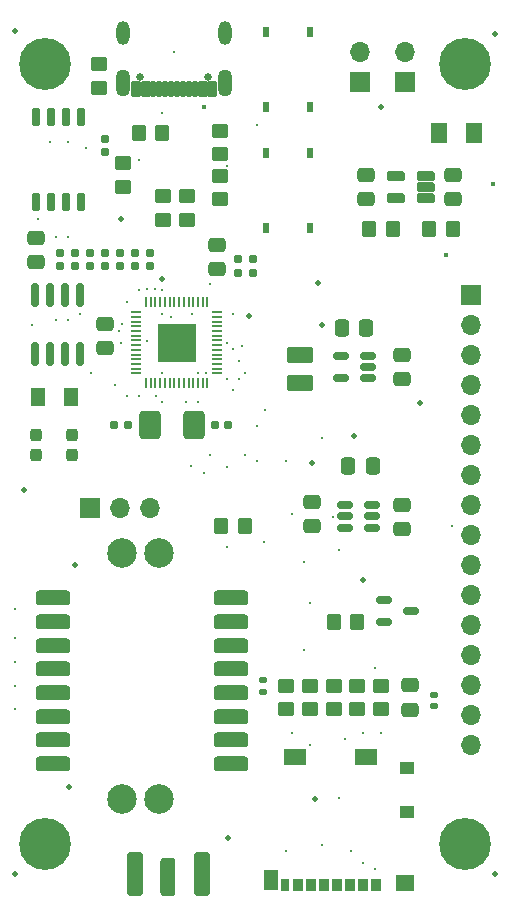
<source format=gts>
G04 #@! TF.GenerationSoftware,KiCad,Pcbnew,8.0.1*
G04 #@! TF.CreationDate,2024-06-04T12:50:10-04:00*
G04 #@! TF.ProjectId,node_v3_1,6e6f6465-5f76-4335-9f31-2e6b69636164,rev?*
G04 #@! TF.SameCoordinates,Original*
G04 #@! TF.FileFunction,Soldermask,Top*
G04 #@! TF.FilePolarity,Negative*
%FSLAX46Y46*%
G04 Gerber Fmt 4.6, Leading zero omitted, Abs format (unit mm)*
G04 Created by KiCad (PCBNEW 8.0.1) date 2024-06-04 12:50:10*
%MOMM*%
%LPD*%
G01*
G04 APERTURE LIST*
G04 Aperture macros list*
%AMRoundRect*
0 Rectangle with rounded corners*
0 $1 Rounding radius*
0 $2 $3 $4 $5 $6 $7 $8 $9 X,Y pos of 4 corners*
0 Add a 4 corners polygon primitive as box body*
4,1,4,$2,$3,$4,$5,$6,$7,$8,$9,$2,$3,0*
0 Add four circle primitives for the rounded corners*
1,1,$1+$1,$2,$3*
1,1,$1+$1,$4,$5*
1,1,$1+$1,$6,$7*
1,1,$1+$1,$8,$9*
0 Add four rect primitives between the rounded corners*
20,1,$1+$1,$2,$3,$4,$5,0*
20,1,$1+$1,$4,$5,$6,$7,0*
20,1,$1+$1,$6,$7,$8,$9,0*
20,1,$1+$1,$8,$9,$2,$3,0*%
G04 Aperture macros list end*
%ADD10C,4.400000*%
%ADD11RoundRect,0.250000X-0.450000X0.350000X-0.450000X-0.350000X0.450000X-0.350000X0.450000X0.350000X0*%
%ADD12RoundRect,0.270000X-0.630000X-0.930000X0.630000X-0.930000X0.630000X0.930000X-0.630000X0.930000X0*%
%ADD13RoundRect,0.102000X0.635000X0.279400X-0.635000X0.279400X-0.635000X-0.279400X0.635000X-0.279400X0*%
%ADD14R,1.700000X1.700000*%
%ADD15O,1.700000X1.700000*%
%ADD16RoundRect,0.250000X0.350000X0.450000X-0.350000X0.450000X-0.350000X-0.450000X0.350000X-0.450000X0*%
%ADD17RoundRect,0.140000X-0.170000X0.140000X-0.170000X-0.140000X0.170000X-0.140000X0.170000X0.140000X0*%
%ADD18RoundRect,0.250000X0.475000X-0.337500X0.475000X0.337500X-0.475000X0.337500X-0.475000X-0.337500X0*%
%ADD19RoundRect,0.150000X0.512500X0.150000X-0.512500X0.150000X-0.512500X-0.150000X0.512500X-0.150000X0*%
%ADD20RoundRect,0.155000X0.155000X-0.212500X0.155000X0.212500X-0.155000X0.212500X-0.155000X-0.212500X0*%
%ADD21RoundRect,0.050000X-0.387500X-0.050000X0.387500X-0.050000X0.387500X0.050000X-0.387500X0.050000X0*%
%ADD22RoundRect,0.050000X-0.050000X-0.387500X0.050000X-0.387500X0.050000X0.387500X-0.050000X0.387500X0*%
%ADD23R,3.200000X3.200000*%
%ADD24RoundRect,0.250000X-0.475000X0.337500X-0.475000X-0.337500X0.475000X-0.337500X0.475000X0.337500X0*%
%ADD25RoundRect,0.150000X0.150000X-0.825000X0.150000X0.825000X-0.150000X0.825000X-0.150000X-0.825000X0*%
%ADD26RoundRect,0.150000X-0.512500X-0.150000X0.512500X-0.150000X0.512500X0.150000X-0.512500X0.150000X0*%
%ADD27RoundRect,0.250000X-0.385000X-1.350000X0.385000X-1.350000X0.385000X1.350000X-0.385000X1.350000X0*%
%ADD28RoundRect,0.250000X-0.425000X-1.600000X0.425000X-1.600000X0.425000X1.600000X-0.425000X1.600000X0*%
%ADD29R,0.558800X0.952500*%
%ADD30RoundRect,0.250000X-0.350000X-0.450000X0.350000X-0.450000X0.350000X0.450000X-0.350000X0.450000X0*%
%ADD31RoundRect,0.237500X-0.237500X0.300000X-0.237500X-0.300000X0.237500X-0.300000X0.237500X0.300000X0*%
%ADD32RoundRect,0.250001X0.462499X0.624999X-0.462499X0.624999X-0.462499X-0.624999X0.462499X-0.624999X0*%
%ADD33R,0.850000X1.100000*%
%ADD34R,0.750000X1.100000*%
%ADD35R,1.200000X1.000000*%
%ADD36R,1.550000X1.350000*%
%ADD37R,1.900000X1.350000*%
%ADD38R,1.170000X1.800000*%
%ADD39RoundRect,0.317500X-1.157500X-0.317500X1.157500X-0.317500X1.157500X0.317500X-1.157500X0.317500X0*%
%ADD40RoundRect,0.250000X0.337500X0.475000X-0.337500X0.475000X-0.337500X-0.475000X0.337500X-0.475000X0*%
%ADD41C,0.650000*%
%ADD42RoundRect,0.102000X0.300000X0.570000X-0.300000X0.570000X-0.300000X-0.570000X0.300000X-0.570000X0*%
%ADD43RoundRect,0.102000X0.150000X0.570000X-0.150000X0.570000X-0.150000X-0.570000X0.150000X-0.570000X0*%
%ADD44O,1.254000X2.304000*%
%ADD45O,1.104000X2.004000*%
%ADD46RoundRect,0.250001X0.849999X-0.462499X0.849999X0.462499X-0.849999X0.462499X-0.849999X-0.462499X0*%
%ADD47RoundRect,0.150000X0.150000X-0.650000X0.150000X0.650000X-0.150000X0.650000X-0.150000X-0.650000X0*%
%ADD48RoundRect,0.250000X-0.337500X-0.475000X0.337500X-0.475000X0.337500X0.475000X-0.337500X0.475000X0*%
%ADD49RoundRect,0.250000X0.450000X-0.350000X0.450000X0.350000X-0.450000X0.350000X-0.450000X-0.350000X0*%
%ADD50RoundRect,0.155000X0.212500X0.155000X-0.212500X0.155000X-0.212500X-0.155000X0.212500X-0.155000X0*%
%ADD51RoundRect,0.155000X-0.212500X-0.155000X0.212500X-0.155000X0.212500X0.155000X-0.212500X0.155000X0*%
%ADD52R,1.168400X1.600200*%
%ADD53C,2.504000*%
%ADD54C,0.304800*%
%ADD55C,0.508000*%
%ADD56C,0.406400*%
%ADD57C,0.250000*%
G04 APERTURE END LIST*
D10*
X167640000Y-121920000D03*
X132080000Y-121920000D03*
X167640000Y-55880000D03*
X132080000Y-55880000D03*
D11*
X160500000Y-108500000D03*
X160500000Y-110500000D03*
X158500000Y-108500000D03*
X158500000Y-110500000D03*
D12*
X144676500Y-86436000D03*
X140976500Y-86436000D03*
D13*
X161772600Y-67233800D03*
X161772600Y-65354200D03*
X164363400Y-65354200D03*
X164363400Y-66294000D03*
X164363400Y-67233800D03*
D14*
X162560000Y-57409000D03*
D15*
X162560000Y-54869000D03*
D16*
X166608000Y-69850000D03*
X164608000Y-69850000D03*
D17*
X150500000Y-108040000D03*
X150500000Y-109000000D03*
D16*
X141986000Y-61722000D03*
X139986000Y-61722000D03*
D11*
X144056000Y-67072000D03*
X144056000Y-69072000D03*
D18*
X131318000Y-72665500D03*
X131318000Y-70590500D03*
D19*
X159401000Y-82484000D03*
X159401000Y-81534000D03*
X159401000Y-80584000D03*
X157126000Y-80584000D03*
X157126000Y-82484000D03*
D20*
X148374000Y-73525000D03*
X148374000Y-72390000D03*
X138430000Y-72995500D03*
X138430000Y-71860500D03*
X135890000Y-72995500D03*
X135890000Y-71860500D03*
D21*
X139780500Y-76864000D03*
X139780500Y-77264000D03*
X139780500Y-77664000D03*
X139780500Y-78064000D03*
X139780500Y-78464000D03*
X139780500Y-78864000D03*
X139780500Y-79264000D03*
X139780500Y-79664000D03*
X139780500Y-80064000D03*
X139780500Y-80464000D03*
X139780500Y-80864000D03*
X139780500Y-81264000D03*
X139780500Y-81664000D03*
X139780500Y-82064000D03*
D22*
X140618000Y-82901500D03*
X141018000Y-82901500D03*
X141418000Y-82901500D03*
X141818000Y-82901500D03*
X142218000Y-82901500D03*
X142618000Y-82901500D03*
X143018000Y-82901500D03*
X143418000Y-82901500D03*
X143818000Y-82901500D03*
X144218000Y-82901500D03*
X144618000Y-82901500D03*
X145018000Y-82901500D03*
X145418000Y-82901500D03*
X145818000Y-82901500D03*
D21*
X146655500Y-82064000D03*
X146655500Y-81664000D03*
X146655500Y-81264000D03*
X146655500Y-80864000D03*
X146655500Y-80464000D03*
X146655500Y-80064000D03*
X146655500Y-79664000D03*
X146655500Y-79264000D03*
X146655500Y-78864000D03*
X146655500Y-78464000D03*
X146655500Y-78064000D03*
X146655500Y-77664000D03*
X146655500Y-77264000D03*
X146655500Y-76864000D03*
D22*
X145818000Y-76026500D03*
X145418000Y-76026500D03*
X145018000Y-76026500D03*
X144618000Y-76026500D03*
X144218000Y-76026500D03*
X143818000Y-76026500D03*
X143418000Y-76026500D03*
X143018000Y-76026500D03*
X142618000Y-76026500D03*
X142218000Y-76026500D03*
X141818000Y-76026500D03*
X141418000Y-76026500D03*
X141018000Y-76026500D03*
X140618000Y-76026500D03*
D23*
X143218000Y-79464000D03*
D24*
X137160000Y-77870000D03*
X137160000Y-79945000D03*
D11*
X156500000Y-110500000D03*
X156500000Y-108500000D03*
D25*
X131191000Y-80388000D03*
X132461000Y-80388000D03*
X133731000Y-80388000D03*
X135001000Y-80388000D03*
X135001000Y-75438000D03*
X133731000Y-75438000D03*
X132461000Y-75438000D03*
X131191000Y-75438000D03*
D11*
X152500000Y-108500000D03*
X152500000Y-110500000D03*
D24*
X159258000Y-65256500D03*
X159258000Y-67331500D03*
D26*
X157480000Y-93218000D03*
X157480000Y-94168000D03*
X157480000Y-95118000D03*
X159755000Y-95118000D03*
X159755000Y-94168000D03*
X159755000Y-93218000D03*
D20*
X137160000Y-72995500D03*
X137160000Y-71860500D03*
D14*
X158750000Y-57404000D03*
D15*
X158750000Y-54864000D03*
D11*
X154500000Y-108490000D03*
X154500000Y-110490000D03*
D27*
X142494000Y-124714000D03*
D28*
X145319000Y-124464000D03*
X139669000Y-124464000D03*
D29*
X154523683Y-63360576D03*
X154523683Y-69723276D03*
X150815283Y-63360576D03*
X150815283Y-69723276D03*
D30*
X156496000Y-103124000D03*
X158496000Y-103124000D03*
D24*
X162327500Y-80475000D03*
X162327500Y-82550000D03*
X166624000Y-65256500D03*
X166624000Y-67331500D03*
D20*
X140970000Y-72995500D03*
X140970000Y-71860500D03*
D30*
X147000000Y-95000000D03*
X149000000Y-95000000D03*
D14*
X168148000Y-75438000D03*
D15*
X168148000Y-77978000D03*
X168148000Y-80518000D03*
X168148000Y-83058000D03*
X168148000Y-85598000D03*
X168148000Y-88138000D03*
X168148000Y-90678000D03*
X168148000Y-93218000D03*
X168148000Y-95758000D03*
X168148000Y-98298000D03*
X168148000Y-100838000D03*
X168148000Y-103378000D03*
X168148000Y-105918000D03*
X168148000Y-108458000D03*
X168148000Y-110998000D03*
X168148000Y-113538000D03*
D20*
X137160000Y-63305500D03*
X137160000Y-62170500D03*
X149644000Y-73525000D03*
X149644000Y-72390000D03*
D31*
X131343400Y-87275500D03*
X131343400Y-89000500D03*
D24*
X154675000Y-92921000D03*
X154675000Y-94996000D03*
D32*
X168402000Y-61722000D03*
X165427000Y-61722000D03*
D29*
X154500000Y-53137300D03*
X154500000Y-59500000D03*
X150791600Y-53137300D03*
X150791600Y-59500000D03*
D30*
X159528000Y-69850000D03*
X161528000Y-69850000D03*
D11*
X146850000Y-65316000D03*
X146850000Y-67316000D03*
D33*
X160077000Y-125338000D03*
X158977000Y-125338000D03*
X157877000Y-125338000D03*
X156777000Y-125338000D03*
X155677000Y-125338000D03*
X154577000Y-125338000D03*
X153477000Y-125338000D03*
D34*
X152427000Y-125338000D03*
D35*
X162712000Y-119188000D03*
X162712000Y-115488000D03*
D36*
X162537000Y-125213000D03*
D37*
X159212000Y-114513000D03*
X153242000Y-114513000D03*
D38*
X151217000Y-124988000D03*
D39*
X132754000Y-101110000D03*
X132754000Y-103110000D03*
X132754000Y-105110000D03*
X132754000Y-107110000D03*
X132754000Y-109110000D03*
X132754000Y-111110000D03*
X132754000Y-113110000D03*
X132754000Y-115110000D03*
X147804000Y-115110000D03*
X147804000Y-113110000D03*
X147804000Y-111110000D03*
X147804000Y-109110000D03*
X147804000Y-107110000D03*
X147804000Y-105110000D03*
X147804000Y-103110000D03*
X147804000Y-101110000D03*
D24*
X163000000Y-108462500D03*
X163000000Y-110537500D03*
D14*
X135890000Y-93472000D03*
D15*
X138430000Y-93472000D03*
X140970000Y-93472000D03*
D40*
X159798000Y-89916000D03*
X157723000Y-89916000D03*
D18*
X146596000Y-73233000D03*
X146596000Y-71158000D03*
D20*
X139700000Y-72995500D03*
X139700000Y-71860500D03*
D24*
X162295000Y-93175000D03*
X162295000Y-95250000D03*
D41*
X145892000Y-56930000D03*
X140112000Y-56930000D03*
D42*
X146202000Y-58000000D03*
X145402000Y-58000000D03*
D43*
X144252000Y-58000000D03*
X143252000Y-58000000D03*
X142752000Y-58000000D03*
X141752000Y-58000000D03*
D42*
X139802000Y-58000000D03*
X140602000Y-58000000D03*
D43*
X141252000Y-58000000D03*
X142252000Y-58000000D03*
X143752000Y-58000000D03*
X144752000Y-58000000D03*
D44*
X147322000Y-57430000D03*
X138682000Y-57430000D03*
D45*
X147322000Y-53250000D03*
X138682000Y-53250000D03*
D46*
X153691500Y-82843000D03*
X153691500Y-80518000D03*
D17*
X165000000Y-109248000D03*
X165000000Y-110208000D03*
D47*
X131318000Y-67564000D03*
X132588000Y-67564000D03*
X133858000Y-67564000D03*
X135128000Y-67564000D03*
X135128000Y-60364000D03*
X133858000Y-60364000D03*
X132588000Y-60364000D03*
X131318000Y-60364000D03*
D48*
X157204500Y-78232000D03*
X159279500Y-78232000D03*
D31*
X134391400Y-87275500D03*
X134391400Y-89000500D03*
D20*
X133350000Y-72995500D03*
X133350000Y-71860500D03*
D26*
X160793000Y-101224000D03*
X160793000Y-103124000D03*
X163068000Y-102174000D03*
D11*
X142024000Y-67056000D03*
X142024000Y-69056000D03*
D49*
X136652000Y-57896000D03*
X136652000Y-55896000D03*
D50*
X147567500Y-86436000D03*
X146432500Y-86436000D03*
D51*
X137931500Y-86436000D03*
X139066500Y-86436000D03*
D49*
X138684000Y-66278000D03*
X138684000Y-64278000D03*
D52*
X131445000Y-84074000D03*
X134289800Y-84074000D03*
D11*
X146850000Y-61506000D03*
X146850000Y-63506000D03*
D20*
X134620000Y-72995500D03*
X134620000Y-71860500D03*
D53*
X141708000Y-118096000D03*
X138608000Y-118096000D03*
X138608000Y-97296000D03*
X141708000Y-97296000D03*
D54*
X143002000Y-54864000D03*
X156464000Y-94234000D03*
D55*
X134112000Y-117094000D03*
X154940000Y-118110000D03*
X147574000Y-121412000D03*
X159004000Y-99568000D03*
X134620000Y-98298000D03*
X130302000Y-91948000D03*
X163830000Y-84582000D03*
X158242000Y-87376000D03*
X154686000Y-89662000D03*
X149352000Y-77216000D03*
X155194000Y-74422000D03*
X129540000Y-53086000D03*
X170180000Y-53340000D03*
X170180000Y-124460000D03*
X129540000Y-124460000D03*
D56*
X142240000Y-79502000D03*
X144272000Y-79502000D03*
X144272000Y-80264000D03*
X143256000Y-80264000D03*
X142240000Y-80264000D03*
X143256000Y-79502000D03*
X142240000Y-78486000D03*
X143256000Y-78486000D03*
X144272000Y-78486000D03*
X166000000Y-72000000D03*
X170000000Y-66000000D03*
D57*
X150000000Y-61000000D03*
X142000000Y-60000000D03*
X138000000Y-83000000D03*
X144402157Y-89925526D03*
X150611278Y-96361972D03*
X157000000Y-97000000D03*
X131000000Y-78000000D03*
X136000000Y-82000000D03*
X160000000Y-107000000D03*
X139000000Y-84000000D03*
X140000000Y-84000000D03*
X153000000Y-94000000D03*
X150658491Y-85151737D03*
X152500000Y-122500000D03*
X157000000Y-118000000D03*
X160500000Y-112500000D03*
X155500000Y-122000000D03*
X147500000Y-96774000D03*
D54*
X158000000Y-122500000D03*
X159000000Y-112500000D03*
D57*
X146000000Y-89000000D03*
X154000000Y-105500000D03*
X166500000Y-95000000D03*
X155500000Y-87500000D03*
X147500000Y-79500000D03*
X148750000Y-79750000D03*
X152500000Y-89500000D03*
D54*
X154519000Y-113500000D03*
D57*
X154000000Y-98000000D03*
D54*
X146000000Y-74500000D03*
D57*
X150000000Y-89500000D03*
X150000000Y-86500000D03*
X149000000Y-89000000D03*
X147500000Y-90000000D03*
X145500000Y-90500000D03*
X141500000Y-84000000D03*
X148000000Y-83500000D03*
X145677172Y-82033827D03*
X129500000Y-110500000D03*
X129500000Y-108500000D03*
X129500000Y-106500000D03*
X129500000Y-104500000D03*
X129500000Y-102000000D03*
X140715690Y-79277330D03*
X154500000Y-101500000D03*
X145000000Y-84500000D03*
X144000000Y-84500000D03*
X148500000Y-82500000D03*
X147500000Y-82500000D03*
X149000000Y-82000000D03*
X148500000Y-81000000D03*
X148000000Y-80000000D03*
X139000000Y-76000000D03*
X138603279Y-77896721D03*
X133000000Y-77500000D03*
X135000000Y-77000000D03*
X134000000Y-77500000D03*
X138500000Y-79500000D03*
X138297438Y-78500000D03*
X142000000Y-82000000D03*
X142000000Y-84500000D03*
X147500000Y-64500000D03*
X148000000Y-77000000D03*
X144500000Y-77000000D03*
X145000000Y-82000000D03*
X140000000Y-64000000D03*
X132500000Y-62500000D03*
X134000000Y-62500000D03*
X135500000Y-63000000D03*
X131500000Y-69000000D03*
X133000000Y-70500000D03*
X134000000Y-70500000D03*
X142000000Y-77000000D03*
X142725720Y-77249688D03*
X141359786Y-74877313D03*
X140676245Y-74953262D03*
X142000000Y-75000000D03*
X140000000Y-75000000D03*
D54*
X159000000Y-123500000D03*
X157500000Y-113000000D03*
X160000000Y-124000000D03*
X153000000Y-112500000D03*
D55*
X142500000Y-124500000D03*
X147000000Y-115000000D03*
X138500000Y-69000000D03*
X142000000Y-74025500D03*
X155500000Y-78000000D03*
X160500000Y-59500000D03*
D56*
X145500000Y-59500000D03*
M02*

</source>
